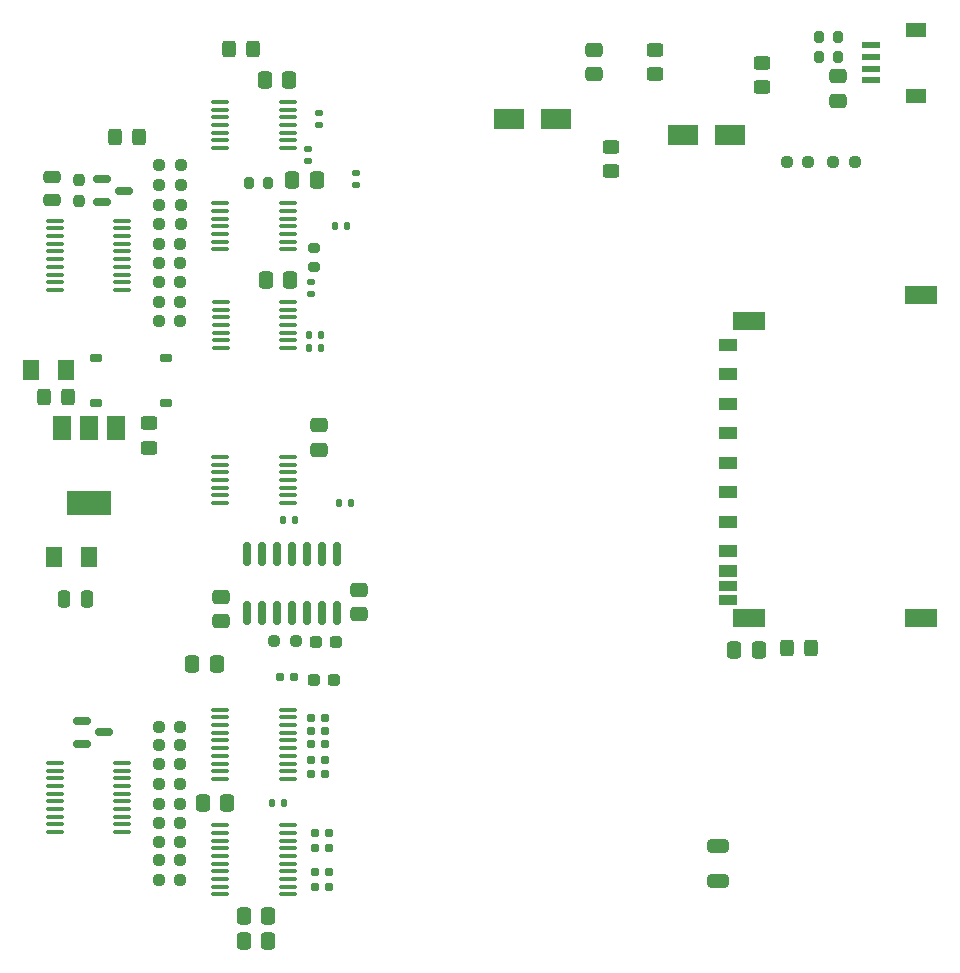
<source format=gbr>
%TF.GenerationSoftware,KiCad,Pcbnew,8.0.4-8.0.4-0~ubuntu22.04.1*%
%TF.CreationDate,2024-07-18T12:52:15-06:00*%
%TF.ProjectId,Desktop_50_Pin_TopConn,4465736b-746f-4705-9f35-305f50696e5f,rev?*%
%TF.SameCoordinates,Original*%
%TF.FileFunction,Paste,Top*%
%TF.FilePolarity,Positive*%
%FSLAX46Y46*%
G04 Gerber Fmt 4.6, Leading zero omitted, Abs format (unit mm)*
G04 Created by KiCad (PCBNEW 8.0.4-8.0.4-0~ubuntu22.04.1) date 2024-07-18 12:52:15*
%MOMM*%
%LPD*%
G01*
G04 APERTURE LIST*
G04 Aperture macros list*
%AMRoundRect*
0 Rectangle with rounded corners*
0 $1 Rounding radius*
0 $2 $3 $4 $5 $6 $7 $8 $9 X,Y pos of 4 corners*
0 Add a 4 corners polygon primitive as box body*
4,1,4,$2,$3,$4,$5,$6,$7,$8,$9,$2,$3,0*
0 Add four circle primitives for the rounded corners*
1,1,$1+$1,$2,$3*
1,1,$1+$1,$4,$5*
1,1,$1+$1,$6,$7*
1,1,$1+$1,$8,$9*
0 Add four rect primitives between the rounded corners*
20,1,$1+$1,$2,$3,$4,$5,0*
20,1,$1+$1,$4,$5,$6,$7,0*
20,1,$1+$1,$6,$7,$8,$9,0*
20,1,$1+$1,$8,$9,$2,$3,0*%
G04 Aperture macros list end*
%ADD10RoundRect,0.250001X0.462499X0.624999X-0.462499X0.624999X-0.462499X-0.624999X0.462499X-0.624999X0*%
%ADD11R,1.500000X2.000000*%
%ADD12R,3.800000X2.000000*%
%ADD13RoundRect,0.250000X-0.450000X0.325000X-0.450000X-0.325000X0.450000X-0.325000X0.450000X0.325000X0*%
%ADD14RoundRect,0.250000X0.325000X0.450000X-0.325000X0.450000X-0.325000X-0.450000X0.325000X-0.450000X0*%
%ADD15RoundRect,0.250000X0.450000X-0.325000X0.450000X0.325000X-0.450000X0.325000X-0.450000X-0.325000X0*%
%ADD16RoundRect,0.250000X-0.325000X-0.450000X0.325000X-0.450000X0.325000X0.450000X-0.325000X0.450000X0*%
%ADD17R,1.500000X0.960000*%
%ADD18R,1.500000X1.100000*%
%ADD19R,2.800000X1.500000*%
%ADD20R,2.500000X1.800000*%
%ADD21RoundRect,0.160000X0.197500X0.160000X-0.197500X0.160000X-0.197500X-0.160000X0.197500X-0.160000X0*%
%ADD22RoundRect,0.237500X-0.250000X-0.237500X0.250000X-0.237500X0.250000X0.237500X-0.250000X0.237500X0*%
%ADD23RoundRect,0.135000X0.185000X-0.135000X0.185000X0.135000X-0.185000X0.135000X-0.185000X-0.135000X0*%
%ADD24RoundRect,0.160000X-0.197500X-0.160000X0.197500X-0.160000X0.197500X0.160000X-0.197500X0.160000X0*%
%ADD25RoundRect,0.150000X-0.587500X-0.150000X0.587500X-0.150000X0.587500X0.150000X-0.587500X0.150000X0*%
%ADD26RoundRect,0.250000X0.250000X0.475000X-0.250000X0.475000X-0.250000X-0.475000X0.250000X-0.475000X0*%
%ADD27RoundRect,0.200000X0.200000X0.275000X-0.200000X0.275000X-0.200000X-0.275000X0.200000X-0.275000X0*%
%ADD28RoundRect,0.135000X0.135000X0.185000X-0.135000X0.185000X-0.135000X-0.185000X0.135000X-0.185000X0*%
%ADD29RoundRect,0.250000X0.475000X-0.337500X0.475000X0.337500X-0.475000X0.337500X-0.475000X-0.337500X0*%
%ADD30RoundRect,0.100000X-0.637500X-0.100000X0.637500X-0.100000X0.637500X0.100000X-0.637500X0.100000X0*%
%ADD31RoundRect,0.250000X-0.337500X-0.475000X0.337500X-0.475000X0.337500X0.475000X-0.337500X0.475000X0*%
%ADD32RoundRect,0.100000X0.637500X0.100000X-0.637500X0.100000X-0.637500X-0.100000X0.637500X-0.100000X0*%
%ADD33RoundRect,0.250000X0.337500X0.475000X-0.337500X0.475000X-0.337500X-0.475000X0.337500X-0.475000X0*%
%ADD34RoundRect,0.250000X-0.475000X0.337500X-0.475000X-0.337500X0.475000X-0.337500X0.475000X0.337500X0*%
%ADD35RoundRect,0.250000X-0.650000X0.325000X-0.650000X-0.325000X0.650000X-0.325000X0.650000X0.325000X0*%
%ADD36RoundRect,0.200000X-0.275000X0.200000X-0.275000X-0.200000X0.275000X-0.200000X0.275000X0.200000X0*%
%ADD37RoundRect,0.250000X0.475000X-0.250000X0.475000X0.250000X-0.475000X0.250000X-0.475000X-0.250000X0*%
%ADD38RoundRect,0.237500X0.287500X0.237500X-0.287500X0.237500X-0.287500X-0.237500X0.287500X-0.237500X0*%
%ADD39RoundRect,0.187500X0.312500X0.187500X-0.312500X0.187500X-0.312500X-0.187500X0.312500X-0.187500X0*%
%ADD40RoundRect,0.237500X-0.237500X0.250000X-0.237500X-0.250000X0.237500X-0.250000X0.237500X0.250000X0*%
%ADD41RoundRect,0.150000X-0.150000X0.825000X-0.150000X-0.825000X0.150000X-0.825000X0.150000X0.825000X0*%
%ADD42RoundRect,0.200000X-0.200000X-0.275000X0.200000X-0.275000X0.200000X0.275000X-0.200000X0.275000X0*%
%ADD43R,1.550000X0.600000*%
%ADD44R,1.800000X1.200000*%
%ADD45RoundRect,0.135000X-0.135000X-0.185000X0.135000X-0.185000X0.135000X0.185000X-0.135000X0.185000X0*%
%ADD46RoundRect,0.237500X0.250000X0.237500X-0.250000X0.237500X-0.250000X-0.237500X0.250000X-0.237500X0*%
G04 APERTURE END LIST*
D10*
%TO.C,C3*%
X114568300Y-94615000D03*
X111593300Y-94615000D03*
%TD*%
%TO.C,C4*%
X116507700Y-110439200D03*
X113532700Y-110439200D03*
%TD*%
D11*
%TO.C,U3*%
X118784400Y-99516800D03*
X116484400Y-99516800D03*
D12*
X116484400Y-105816800D03*
D11*
X114184400Y-99516800D03*
%TD*%
D13*
%TO.C,C7*%
X160680400Y-75726200D03*
X160680400Y-77776200D03*
%TD*%
D14*
%TO.C,C1*%
X120728100Y-74904600D03*
X118678100Y-74904600D03*
%TD*%
%TO.C,C2*%
X114715400Y-96875600D03*
X112665400Y-96875600D03*
%TD*%
D15*
%TO.C,C5*%
X121539000Y-101160800D03*
X121539000Y-99110800D03*
%TD*%
%TO.C,C6*%
X164388800Y-69554200D03*
X164388800Y-67504200D03*
%TD*%
D16*
%TO.C,C12*%
X175572200Y-118160800D03*
X177622200Y-118160800D03*
%TD*%
D17*
%TO.C,SD1*%
X170591480Y-114095780D03*
X170591480Y-112895780D03*
D18*
X170591480Y-111595780D03*
X170591480Y-109895780D03*
X170591480Y-107465780D03*
X170591480Y-104965780D03*
X170591480Y-102465780D03*
X170591480Y-99965780D03*
X170591480Y-97465780D03*
X170591480Y-94965780D03*
X170591480Y-92465780D03*
D19*
X172391480Y-115555780D03*
X172391480Y-90455780D03*
X186891480Y-115555780D03*
X186891480Y-88255780D03*
%TD*%
D20*
%TO.C,D1*%
X170732200Y-74676000D03*
X166732200Y-74676000D03*
%TD*%
%TO.C,D2*%
X152044400Y-73322200D03*
X156044400Y-73322200D03*
%TD*%
D21*
%TO.C,R42*%
X136825400Y-138339400D03*
X135630400Y-138339400D03*
%TD*%
D22*
%TO.C,R56*%
X132160000Y-117576600D03*
X133985000Y-117576600D03*
%TD*%
D23*
%TO.C,R66*%
X135255000Y-88190800D03*
X135255000Y-87170800D03*
%TD*%
D24*
%TO.C,R30*%
X132612200Y-120599200D03*
X133807200Y-120599200D03*
%TD*%
D25*
%TO.C,Q1*%
X117551200Y-78460600D03*
X117551200Y-80360600D03*
X119426200Y-79410600D03*
%TD*%
D22*
%TO.C,R39*%
X122375300Y-132943600D03*
X124200300Y-132943600D03*
%TD*%
D26*
%TO.C,C17*%
X116300400Y-114020600D03*
X114400400Y-114020600D03*
%TD*%
D21*
%TO.C,R16*%
X136450000Y-128828800D03*
X135255000Y-128828800D03*
%TD*%
D22*
%TO.C,R4*%
X122379100Y-87172800D03*
X124204100Y-87172800D03*
%TD*%
D27*
%TO.C,R24*%
X179908200Y-68097400D03*
X178258200Y-68097400D03*
%TD*%
D28*
%TO.C,R67*%
X133883400Y-107289600D03*
X132863400Y-107289600D03*
%TD*%
D29*
%TO.C,C16*%
X159258000Y-69537400D03*
X159258000Y-67462400D03*
%TD*%
D22*
%TO.C,R33*%
X122375300Y-127939800D03*
X124200300Y-127939800D03*
%TD*%
D30*
%TO.C,U5*%
X113573000Y-81961800D03*
X113573000Y-82611800D03*
X113573000Y-83261800D03*
X113573000Y-83911800D03*
X113573000Y-84561800D03*
X113573000Y-85211800D03*
X113573000Y-85861800D03*
X113573000Y-86511800D03*
X113573000Y-87161800D03*
X113573000Y-87811800D03*
X119298000Y-87811800D03*
X119298000Y-87161800D03*
X119298000Y-86511800D03*
X119298000Y-85861800D03*
X119298000Y-85211800D03*
X119298000Y-84561800D03*
X119298000Y-83911800D03*
X119298000Y-83261800D03*
X119298000Y-82611800D03*
X119298000Y-81961800D03*
%TD*%
D22*
%TO.C,R36*%
X122379100Y-137795000D03*
X124204100Y-137795000D03*
%TD*%
%TO.C,R5*%
X122379100Y-85547200D03*
X124204100Y-85547200D03*
%TD*%
D30*
%TO.C,U14*%
X127591900Y-80473000D03*
X127591900Y-81123000D03*
X127591900Y-81773000D03*
X127591900Y-82423000D03*
X127591900Y-83073000D03*
X127591900Y-83723000D03*
X127591900Y-84373000D03*
X133316900Y-84373000D03*
X133316900Y-83723000D03*
X133316900Y-83073000D03*
X133316900Y-82423000D03*
X133316900Y-81773000D03*
X133316900Y-81123000D03*
X133316900Y-80473000D03*
%TD*%
D22*
%TO.C,R35*%
X122377200Y-124790200D03*
X124202200Y-124790200D03*
%TD*%
%TO.C,R1*%
X122379100Y-129616200D03*
X124204100Y-129616200D03*
%TD*%
D31*
%TO.C,C8*%
X129573100Y-140828600D03*
X131648100Y-140828600D03*
%TD*%
D22*
%TO.C,R38*%
X122379100Y-134518400D03*
X124204100Y-134518400D03*
%TD*%
D21*
%TO.C,R17*%
X136787900Y-133818200D03*
X135592900Y-133818200D03*
%TD*%
D22*
%TO.C,R9*%
X122431800Y-82245200D03*
X124256800Y-82245200D03*
%TD*%
D21*
%TO.C,R13*%
X136475400Y-125145800D03*
X135280400Y-125145800D03*
%TD*%
D15*
%TO.C,F3*%
X173431200Y-70662800D03*
X173431200Y-68612800D03*
%TD*%
D22*
%TO.C,R40*%
X122373400Y-131343400D03*
X124198400Y-131343400D03*
%TD*%
%TO.C,R59*%
X179503700Y-76987400D03*
X181328700Y-76987400D03*
%TD*%
D32*
%TO.C,U4*%
X133316900Y-139003800D03*
X133316900Y-138353800D03*
X133316900Y-137703800D03*
X133316900Y-137053800D03*
X133316900Y-136403800D03*
X133316900Y-135753800D03*
X133316900Y-135103800D03*
X133316900Y-134453800D03*
X133316900Y-133803800D03*
X133316900Y-133153800D03*
X127591900Y-133153800D03*
X127591900Y-133803800D03*
X127591900Y-134453800D03*
X127591900Y-135103800D03*
X127591900Y-135753800D03*
X127591900Y-136403800D03*
X127591900Y-137053800D03*
X127591900Y-137703800D03*
X127591900Y-138353800D03*
X127591900Y-139003800D03*
%TD*%
D21*
%TO.C,R18*%
X136787900Y-135062800D03*
X135592900Y-135062800D03*
%TD*%
D30*
%TO.C,U6*%
X113573000Y-127859600D03*
X113573000Y-128509600D03*
X113573000Y-129159600D03*
X113573000Y-129809600D03*
X113573000Y-130459600D03*
X113573000Y-131109600D03*
X113573000Y-131759600D03*
X113573000Y-132409600D03*
X113573000Y-133059600D03*
X113573000Y-133709600D03*
X119298000Y-133709600D03*
X119298000Y-133059600D03*
X119298000Y-132409600D03*
X119298000Y-131759600D03*
X119298000Y-131109600D03*
X119298000Y-130459600D03*
X119298000Y-129809600D03*
X119298000Y-129159600D03*
X119298000Y-128509600D03*
X119298000Y-127859600D03*
%TD*%
%TO.C,U13*%
X127564500Y-71913200D03*
X127564500Y-72563200D03*
X127564500Y-73213200D03*
X127564500Y-73863200D03*
X127564500Y-74513200D03*
X127564500Y-75163200D03*
X127564500Y-75813200D03*
X133289500Y-75813200D03*
X133289500Y-75163200D03*
X133289500Y-74513200D03*
X133289500Y-73863200D03*
X133289500Y-73213200D03*
X133289500Y-72563200D03*
X133289500Y-71913200D03*
%TD*%
D31*
%TO.C,C15*%
X125229800Y-119456200D03*
X127304800Y-119456200D03*
%TD*%
%TO.C,C19*%
X131372700Y-70002400D03*
X133447700Y-70002400D03*
%TD*%
D23*
%TO.C,R11*%
X139115800Y-78919800D03*
X139115800Y-77899800D03*
%TD*%
D33*
%TO.C,C14*%
X135753200Y-78486000D03*
X133678200Y-78486000D03*
%TD*%
D28*
%TO.C,R69*%
X136130400Y-92745200D03*
X135110400Y-92745200D03*
%TD*%
D30*
%TO.C,U16*%
X127591900Y-101961400D03*
X127591900Y-102611400D03*
X127591900Y-103261400D03*
X127591900Y-103911400D03*
X127591900Y-104561400D03*
X127591900Y-105211400D03*
X127591900Y-105861400D03*
X133316900Y-105861400D03*
X133316900Y-105211400D03*
X133316900Y-104561400D03*
X133316900Y-103911400D03*
X133316900Y-103261400D03*
X133316900Y-102611400D03*
X133316900Y-101961400D03*
%TD*%
D34*
%TO.C,C20*%
X139369800Y-113186300D03*
X139369800Y-115261300D03*
%TD*%
D25*
%TO.C,Q2*%
X115853600Y-124322800D03*
X115853600Y-126222800D03*
X117728600Y-125272800D03*
%TD*%
D22*
%TO.C,R3*%
X122381000Y-88798400D03*
X124206000Y-88798400D03*
%TD*%
D21*
%TO.C,R15*%
X136450000Y-127635000D03*
X135255000Y-127635000D03*
%TD*%
D35*
%TO.C,C23*%
X169697400Y-134924800D03*
X169697400Y-137874800D03*
%TD*%
D29*
%TO.C,C22*%
X179908200Y-71798000D03*
X179908200Y-69723000D03*
%TD*%
D36*
%TO.C,R22*%
X135509000Y-84265000D03*
X135509000Y-85915000D03*
%TD*%
D22*
%TO.C,R7*%
X122429900Y-78943200D03*
X124254900Y-78943200D03*
%TD*%
%TO.C,R8*%
X122431800Y-80619600D03*
X124256800Y-80619600D03*
%TD*%
%TO.C,R2*%
X122377200Y-90449400D03*
X124202200Y-90449400D03*
%TD*%
D37*
%TO.C,C18*%
X113362100Y-80162400D03*
X113362100Y-78262400D03*
%TD*%
D21*
%TO.C,R12*%
X136475400Y-124053600D03*
X135280400Y-124053600D03*
%TD*%
D28*
%TO.C,R25*%
X132996400Y-131267200D03*
X131976400Y-131267200D03*
%TD*%
D21*
%TO.C,R19*%
X136800000Y-137069400D03*
X135605000Y-137069400D03*
%TD*%
D31*
%TO.C,C10*%
X129602400Y-142962200D03*
X131677400Y-142962200D03*
%TD*%
D30*
%TO.C,U15*%
X127627100Y-88839400D03*
X127627100Y-89489400D03*
X127627100Y-90139400D03*
X127627100Y-90789400D03*
X127627100Y-91439400D03*
X127627100Y-92089400D03*
X127627100Y-92739400D03*
X133352100Y-92739400D03*
X133352100Y-92089400D03*
X133352100Y-91439400D03*
X133352100Y-90789400D03*
X133352100Y-90139400D03*
X133352100Y-89489400D03*
X133352100Y-88839400D03*
%TD*%
D38*
%TO.C,D4*%
X137411400Y-117602000D03*
X135661400Y-117602000D03*
%TD*%
D34*
%TO.C,C9*%
X135991600Y-99292500D03*
X135991600Y-101367500D03*
%TD*%
D23*
%TO.C,R68*%
X135051800Y-76913200D03*
X135051800Y-75893200D03*
%TD*%
D22*
%TO.C,R10*%
X122381000Y-83921600D03*
X124206000Y-83921600D03*
%TD*%
%TO.C,R34*%
X122377200Y-126339600D03*
X124202200Y-126339600D03*
%TD*%
D38*
%TO.C,D3*%
X137247600Y-120853200D03*
X135497600Y-120853200D03*
%TD*%
D23*
%TO.C,R65*%
X135940800Y-73841800D03*
X135940800Y-72821800D03*
%TD*%
D22*
%TO.C,R37*%
X122379100Y-136118600D03*
X124204100Y-136118600D03*
%TD*%
D39*
%TO.C,SW1*%
X123040400Y-97370500D03*
X117040400Y-97370500D03*
X123040400Y-93620500D03*
X117040400Y-93620500D03*
%TD*%
D14*
%TO.C,F2*%
X130345400Y-67411600D03*
X128295400Y-67411600D03*
%TD*%
D40*
%TO.C,R41*%
X115620800Y-78486000D03*
X115620800Y-80311000D03*
%TD*%
D33*
%TO.C,C24*%
X173177200Y-118287800D03*
X171102200Y-118287800D03*
%TD*%
D41*
%TO.C,U8*%
X137439400Y-110199400D03*
X136169400Y-110199400D03*
X134899400Y-110199400D03*
X133629400Y-110199400D03*
X132359400Y-110199400D03*
X131089400Y-110199400D03*
X129819400Y-110199400D03*
X129819400Y-115149400D03*
X131089400Y-115149400D03*
X132359400Y-115149400D03*
X133629400Y-115149400D03*
X134899400Y-115149400D03*
X136169400Y-115149400D03*
X137439400Y-115149400D03*
%TD*%
D42*
%TO.C,R23*%
X130010400Y-78740000D03*
X131660400Y-78740000D03*
%TD*%
D43*
%TO.C,J6*%
X182658000Y-70080000D03*
X182658000Y-69080000D03*
X182658000Y-68080000D03*
X182658000Y-67080000D03*
D44*
X186533000Y-71380000D03*
X186533000Y-65780000D03*
%TD*%
D42*
%TO.C,R26*%
X178258200Y-66395600D03*
X179908200Y-66395600D03*
%TD*%
D45*
%TO.C,R29*%
X137668000Y-105841800D03*
X138688000Y-105841800D03*
%TD*%
D21*
%TO.C,R14*%
X136475400Y-126263400D03*
X135280400Y-126263400D03*
%TD*%
D32*
%TO.C,U9*%
X133316900Y-129213800D03*
X133316900Y-128563800D03*
X133316900Y-127913800D03*
X133316900Y-127263800D03*
X133316900Y-126613800D03*
X133316900Y-125963800D03*
X133316900Y-125313800D03*
X133316900Y-124663800D03*
X133316900Y-124013800D03*
X133316900Y-123363800D03*
X127591900Y-123363800D03*
X127591900Y-124013800D03*
X127591900Y-124663800D03*
X127591900Y-125313800D03*
X127591900Y-125963800D03*
X127591900Y-126613800D03*
X127591900Y-127263800D03*
X127591900Y-127913800D03*
X127591900Y-128563800D03*
X127591900Y-129213800D03*
%TD*%
D46*
%TO.C,R58*%
X177362500Y-76987400D03*
X175537500Y-76987400D03*
%TD*%
D22*
%TO.C,R6*%
X122429900Y-77266800D03*
X124254900Y-77266800D03*
%TD*%
D45*
%TO.C,R28*%
X137335800Y-82423000D03*
X138355800Y-82423000D03*
%TD*%
%TO.C,R61*%
X135110400Y-91627600D03*
X136130400Y-91627600D03*
%TD*%
D33*
%TO.C,C11*%
X128193800Y-131216400D03*
X126118800Y-131216400D03*
%TD*%
D34*
%TO.C,C21*%
X127635000Y-113795900D03*
X127635000Y-115870900D03*
%TD*%
D31*
%TO.C,C13*%
X131445000Y-86944200D03*
X133520000Y-86944200D03*
%TD*%
M02*

</source>
